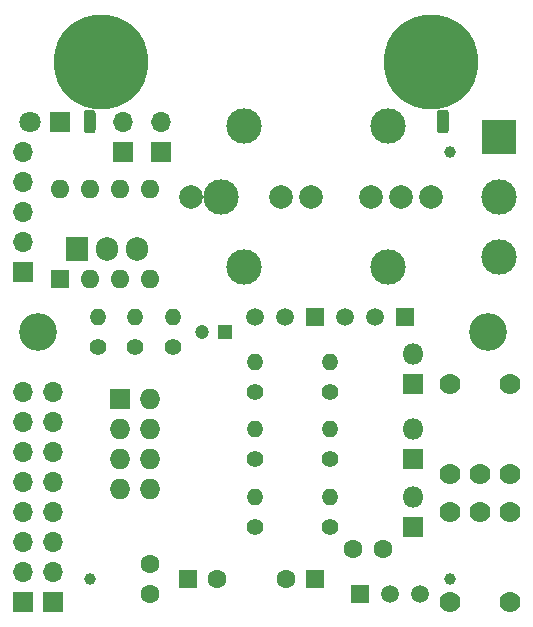
<source format=gts>
G04 #@! TF.GenerationSoftware,KiCad,Pcbnew,(5.1.6-0-10_14)*
G04 #@! TF.CreationDate,2021-05-08T14:10:43+01:00*
G04 #@! TF.ProjectId,WiFive55,57694669-7665-4353-952e-6b696361645f,0.14*
G04 #@! TF.SameCoordinates,Original*
G04 #@! TF.FileFunction,Soldermask,Top*
G04 #@! TF.FilePolarity,Negative*
%FSLAX46Y46*%
G04 Gerber Fmt 4.6, Leading zero omitted, Abs format (unit mm)*
G04 Created by KiCad (PCBNEW (5.1.6-0-10_14)) date 2021-05-08 14:10:43*
%MOMM*%
%LPD*%
G01*
G04 APERTURE LIST*
%ADD10C,2.000000*%
%ADD11C,1.600000*%
%ADD12R,1.600000X1.600000*%
%ADD13C,1.200000*%
%ADD14R,1.200000X1.200000*%
%ADD15O,1.400000X1.400000*%
%ADD16C,1.400000*%
%ADD17C,0.900000*%
%ADD18C,8.000000*%
%ADD19O,1.905000X2.000000*%
%ADD20R,1.905000X2.000000*%
%ADD21R,1.500000X1.500000*%
%ADD22C,1.500000*%
%ADD23O,1.700000X1.700000*%
%ADD24R,1.700000X1.700000*%
%ADD25C,1.000000*%
%ADD26O,1.727200X1.727200*%
%ADD27R,1.727200X1.727200*%
%ADD28C,3.200000*%
%ADD29O,1.600000X1.600000*%
%ADD30C,1.800000*%
%ADD31R,1.800000X1.800000*%
%ADD32C,3.000000*%
%ADD33R,3.000000X3.000000*%
%ADD34O,1.800000X1.800000*%
%ADD35C,1.778000*%
G04 APERTURE END LIST*
D10*
X137414000Y-59690000D03*
X134874000Y-59690000D03*
X132334000Y-59690000D03*
X127254000Y-59690000D03*
X124714000Y-59690000D03*
X117094000Y-59690000D03*
D11*
X119340000Y-92075000D03*
D12*
X116840000Y-92075000D03*
D11*
X125135000Y-92075000D03*
D12*
X127635000Y-92075000D03*
D13*
X118015000Y-71120000D03*
D14*
X120015000Y-71120000D03*
D15*
X115570000Y-69850000D03*
D16*
X115570000Y-72390000D03*
D17*
X138562050Y-45488362D03*
X136265950Y-45488361D03*
X134642362Y-47111950D03*
X134642361Y-49408050D03*
X136265950Y-51031638D03*
X138562050Y-51031639D03*
X140185638Y-49408050D03*
X140185639Y-47111950D03*
D18*
X137414000Y-48260000D03*
D17*
X110622050Y-45488362D03*
X108325950Y-45488361D03*
X106702362Y-47111950D03*
X106702361Y-49408050D03*
X108325950Y-51031638D03*
X110622050Y-51031639D03*
X112245638Y-49408050D03*
X112245639Y-47111950D03*
D18*
X109474000Y-48260000D03*
G36*
G01*
X109030000Y-52590000D02*
X109030000Y-54090000D01*
G75*
G02*
X108780000Y-54340000I-250000J0D01*
G01*
X108280000Y-54340000D01*
G75*
G02*
X108030000Y-54090000I0J250000D01*
G01*
X108030000Y-52590000D01*
G75*
G02*
X108280000Y-52340000I250000J0D01*
G01*
X108780000Y-52340000D01*
G75*
G02*
X109030000Y-52590000I0J-250000D01*
G01*
G37*
G36*
G01*
X138930000Y-52590000D02*
X138930000Y-54090000D01*
G75*
G02*
X138680000Y-54340000I-250000J0D01*
G01*
X138180000Y-54340000D01*
G75*
G02*
X137930000Y-54090000I0J250000D01*
G01*
X137930000Y-52590000D01*
G75*
G02*
X138180000Y-52340000I250000J0D01*
G01*
X138680000Y-52340000D01*
G75*
G02*
X138930000Y-52590000I0J-250000D01*
G01*
G37*
D19*
X112530000Y-64135000D03*
X109990000Y-64135000D03*
D20*
X107450000Y-64135000D03*
D21*
X135255000Y-69850000D03*
D22*
X130175000Y-69850000D03*
X132715000Y-69850000D03*
D21*
X127635000Y-69850000D03*
D22*
X122555000Y-69850000D03*
X125095000Y-69850000D03*
D23*
X111379000Y-53340000D03*
D24*
X111379000Y-55880000D03*
D23*
X114554000Y-53340000D03*
D24*
X114554000Y-55880000D03*
D15*
X122555000Y-85090000D03*
D16*
X122555000Y-87630000D03*
D15*
X122555000Y-73660000D03*
D16*
X122555000Y-76200000D03*
D15*
X128905000Y-73660000D03*
D16*
X128905000Y-76200000D03*
D15*
X128905000Y-79375000D03*
D16*
X128905000Y-81915000D03*
D15*
X128905000Y-85090000D03*
D16*
X128905000Y-87630000D03*
D15*
X112395000Y-69850000D03*
D16*
X112395000Y-72390000D03*
D15*
X122555000Y-79375000D03*
D16*
X122555000Y-81915000D03*
D15*
X109220000Y-69850000D03*
D16*
X109220000Y-72390000D03*
D25*
X139065000Y-55880000D03*
X108585000Y-92075000D03*
X139065000Y-92075000D03*
D21*
X131445000Y-93345000D03*
D22*
X136525000Y-93345000D03*
X133985000Y-93345000D03*
D23*
X105410000Y-76200000D03*
X105410000Y-78740000D03*
X105410000Y-81280000D03*
X105410000Y-83820000D03*
X105410000Y-86360000D03*
X105410000Y-88900000D03*
X105410000Y-91440000D03*
D24*
X105410000Y-93980000D03*
D23*
X102870000Y-76200000D03*
X102870000Y-78740000D03*
X102870000Y-81280000D03*
X102870000Y-83820000D03*
X102870000Y-86360000D03*
X102870000Y-88900000D03*
X102870000Y-91440000D03*
D24*
X102870000Y-93980000D03*
D23*
X102870000Y-55880000D03*
X102870000Y-58420000D03*
X102870000Y-60960000D03*
X102870000Y-63500000D03*
D24*
X102870000Y-66040000D03*
D26*
X113665000Y-84455000D03*
X111125000Y-84455000D03*
X113665000Y-81915000D03*
X111125000Y-81915000D03*
X113665000Y-79375000D03*
X111125000Y-79375000D03*
X113665000Y-76835000D03*
D27*
X111125000Y-76835000D03*
D28*
X142240000Y-71120000D03*
X104140000Y-71120000D03*
D11*
X113665000Y-93305000D03*
X113665000Y-90805000D03*
D29*
X106045000Y-59055000D03*
X113665000Y-66675000D03*
X108585000Y-59055000D03*
X111125000Y-66675000D03*
X111125000Y-59055000D03*
X108585000Y-66675000D03*
X113665000Y-59055000D03*
D12*
X106045000Y-66675000D03*
D30*
X103505000Y-53340000D03*
D31*
X106045000Y-53340000D03*
D32*
X143192500Y-64770000D03*
X143192500Y-59690000D03*
D33*
X143192500Y-54610000D03*
D34*
X135890000Y-73025000D03*
D31*
X135890000Y-75565000D03*
D34*
X135890000Y-85090000D03*
D31*
X135890000Y-87630000D03*
D34*
X135890000Y-79375000D03*
D31*
X135890000Y-81915000D03*
D35*
X144145000Y-86360000D03*
X141605000Y-86360000D03*
X139065000Y-86360000D03*
X139065000Y-93980000D03*
X144145000Y-93980000D03*
X139065000Y-83185000D03*
X141605000Y-83185000D03*
X144145000Y-83185000D03*
X144145000Y-75565000D03*
X139065000Y-75565000D03*
D32*
X119634000Y-59690000D03*
X121634000Y-53690000D03*
X133834000Y-53690000D03*
X133834000Y-65690000D03*
X121634000Y-65690000D03*
D11*
X130850000Y-89535000D03*
X133350000Y-89535000D03*
M02*

</source>
